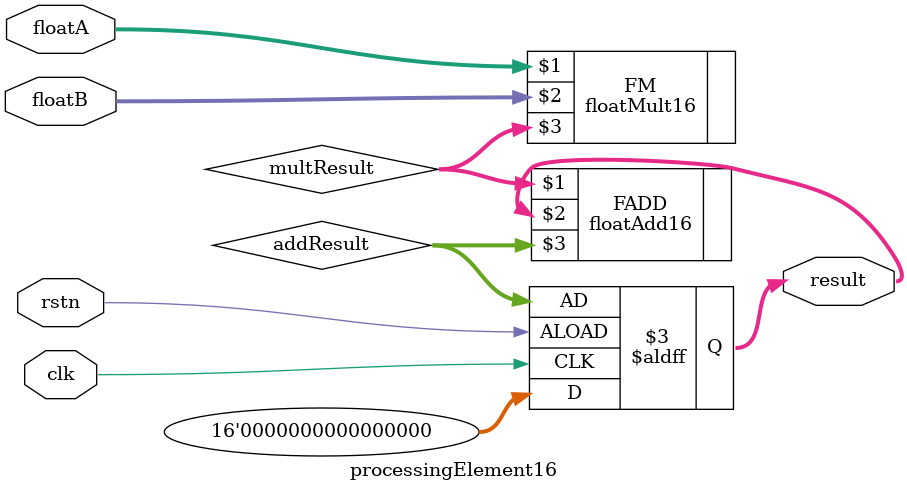
<source format=v>
`timescale 100 ns / 10 ps

module processingElement16(clk,rstn,floatA,floatB,result);

parameter DATA_WIDTH = 16;

input clk, rstn;
input [DATA_WIDTH-1:0] floatA, floatB;
output reg [DATA_WIDTH-1:0] result;

wire [DATA_WIDTH-1:0] multResult;
wire [DATA_WIDTH-1:0] addResult;

floatMult16 FM (floatA,floatB,multResult);
floatAdd16 FADD (multResult,result,addResult);

always @ (posedge clk or negedge rstn) begin
	if (rstn == 1'b1) begin
		result <= 0;
	end else begin
		result <= addResult;
	end
end

endmodule

</source>
